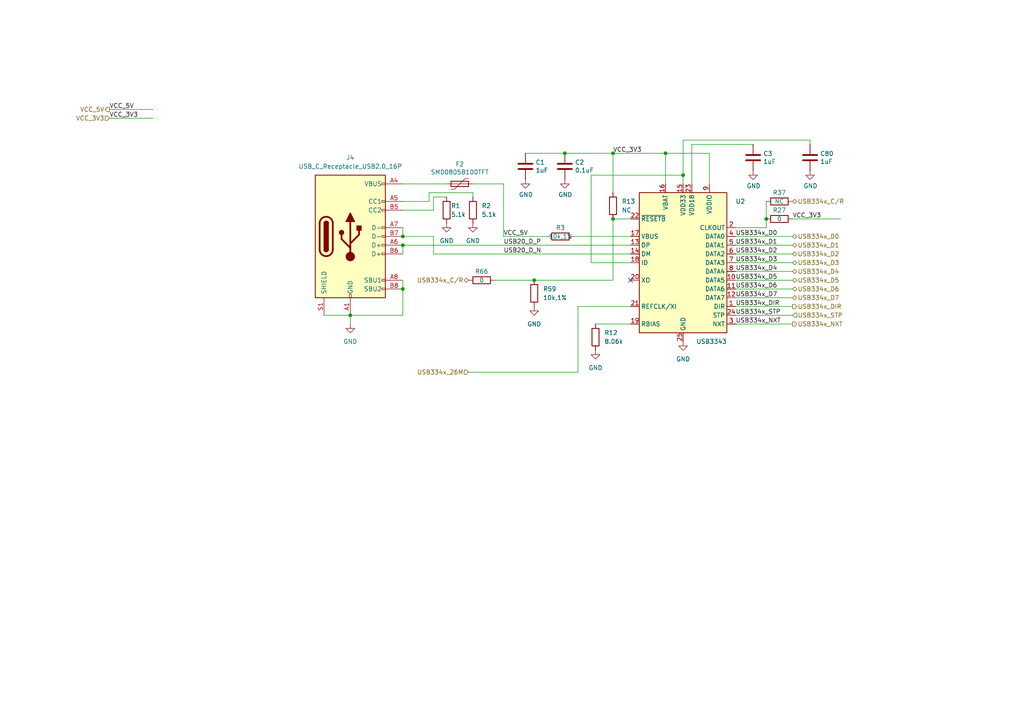
<source format=kicad_sch>
(kicad_sch (version 20250114) (generator "eeschema") (generator_version "9.0")
  (paper "A4")
  (lib_symbols
    (symbol "Connector:USB_C_Receptacle_USB2.0_16P" (pin_names (offset 1.016))
      (property "Reference" "J" (at 0 22.225 0))
      (property "Value" "USB_C_Receptacle_USB2.0_16P" (at 0 19.685 0))
      (symbol "USB_C_Receptacle_USB2.0_16P_0_0"
        (rectangle (start -0.254 -17.78) (end 0.254 -16.764))
        (rectangle (start 10.16 15.494) (end 9.144 14.986))
        (rectangle (start 10.16 10.414) (end 9.144 9.906))
        (rectangle (start 10.16 7.874) (end 9.144 7.366))
        (rectangle (start 10.16 2.794) (end 9.144 2.286))
        (rectangle (start 10.16 0.254) (end 9.144 -0.254))
        (rectangle (start 10.16 -2.286) (end 9.144 -2.794))
        (rectangle (start 10.16 -4.826) (end 9.144 -5.334))
        (rectangle (start 10.16 -12.446) (end 9.144 -12.954))
        (rectangle (start 10.16 -14.986) (end 9.144 -15.494))
      )
      (symbol "USB_C_Receptacle_USB2.0_16P_0_1"
        (rectangle (start -10.16 17.78) (end 10.16 -17.78) (stroke (width 0.254)) (fill (type background)))
        (polyline (pts (xy -8.89 -3.81) (xy -8.89 3.81)) (stroke (width 0.508)))
        (rectangle (start -7.62 -3.81) (end -6.35 3.81) (stroke (width 0.254)) (fill (type outline)))
        (arc (start -7.62 3.81) (mid -6.985 4.4423) (end -6.35 3.81) (stroke (width 0.254)))
        (arc (start -7.62 3.81) (mid -6.985 4.4423) (end -6.35 3.81) (stroke (width 0.254)) (fill (type outline)))
        (arc (start -8.89 3.81) (mid -6.985 5.7067) (end -5.08 3.81) (stroke (width 0.508)))
        (arc (start -5.08 -3.81) (mid -6.985 -5.7067) (end -8.89 -3.81) (stroke (width 0.508)))
        (arc (start -6.35 -3.81) (mid -6.985 -4.4423) (end -7.62 -3.81) (stroke (width 0.254)))
        (arc (start -6.35 -3.81) (mid -6.985 -4.4423) (end -7.62 -3.81) (stroke (width 0.254)) (fill (type outline)))
        (polyline (pts (xy -5.08 3.81) (xy -5.08 -3.81)) (stroke (width 0.508)))
        (circle (center -2.54 1.143) (radius 0.635) (stroke (width 0.254)) (fill (type outline)))
        (polyline (pts (xy -1.27 4.318) (xy 0 6.858) (xy 1.27 4.318) (xy -1.27 4.318)) (stroke (width 0.254)) (fill (type outline)))
        (polyline (pts (xy 0 -2.032) (xy 2.54 0.508) (xy 2.54 1.778)) (stroke (width 0.508)))
        (polyline (pts (xy 0 -3.302) (xy -2.54 -0.762) (xy -2.54 0.508)) (stroke (width 0.508)))
        (polyline (pts (xy 0 -5.842) (xy 0 4.318)) (stroke (width 0.508)))
        (circle (center 0 -5.842) (radius 1.27) (fill (type outline)))
        (rectangle (start 1.905 1.778) (end 3.175 3.048) (stroke (width 0.254)) (fill (type outline)))
      )
      (symbol "USB_C_Receptacle_USB2.0_16P_1_1"
        (pin passive line (at -7.62 -22.86 90) (length 5.08) (name "SHIELD") (number "S1"))
        (pin passive line (at 0 -22.86 90) (length 5.08) (name "GND") (number "A1"))
        (pin passive line (at 0 -22.86 90) (length 5.08) (hide yes) (name "GND") (number "A12"))
        (pin passive line (at 0 -22.86 90) (length 5.08) (hide yes) (name "GND") (number "B1"))
        (pin passive line (at 0 -22.86 90) (length 5.08) (hide yes) (name "GND") (number "B12"))
        (pin passive line (at 15.24 15.24 180) (length 5.08) (name "VBUS") (number "A4"))
        (pin passive line (at 15.24 15.24 180) (length 5.08) (hide yes) (name "VBUS") (number "A9"))
        (pin passive line (at 15.24 15.24 180) (length 5.08) (hide yes) (name "VBUS") (number "B4"))
        (pin passive line (at 15.24 15.24 180) (length 5.08) (hide yes) (name "VBUS") (number "B9"))
        (pin bidirectional line (at 15.24 10.16 180) (length 5.08) (name "CC1") (number "A5"))
        (pin bidirectional line (at 15.24 7.62 180) (length 5.08) (name "CC2") (number "B5"))
        (pin bidirectional line (at 15.24 2.54 180) (length 5.08) (name "D-") (number "A7"))
        (pin bidirectional line (at 15.24 0 180) (length 5.08) (name "D-") (number "B7"))
        (pin bidirectional line (at 15.24 -2.54 180) (length 5.08) (name "D+") (number "A6"))
        (pin bidirectional line (at 15.24 -5.08 180) (length 5.08) (name "D+") (number "B6"))
        (pin bidirectional line (at 15.24 -12.7 180) (length 5.08) (name "SBU1") (number "A8"))
        (pin bidirectional line (at 15.24 -15.24 180) (length 5.08) (name "SBU2") (number "B8"))
      )
    )
    (symbol "Device:C" (pin_numbers (hide yes)) (pin_names (offset 0.254))
      (property "Reference" "C" (at 0.635 2.54 0))
      (property "Value" "C" (at 0.635 -2.54 0))
      (symbol "C_0_1"
        (polyline (pts (xy -2.032 0.762) (xy 2.032 0.762)) (stroke (width 0.508)))
        (polyline (pts (xy -2.032 -0.762) (xy 2.032 -0.762)) (stroke (width 0.508)))
      )
      (symbol "C_1_1"
        (pin passive line (at 0 3.81 270) (length 2.794) (name "~") (number "1"))
        (pin passive line (at 0 -3.81 90) (length 2.794) (name "~") (number "2"))
      )
    )
    (symbol "Device:Polyfuse" (pin_numbers (hide yes)) (pin_names (offset 0))
      (property "Reference" "F" (at -2.54 0 90))
      (property "Value" "Polyfuse" (at 2.54 0 90))
      (symbol "Polyfuse_0_1"
        (polyline (pts (xy -1.524 2.54) (xy -1.524 1.524) (xy 1.524 -1.524) (xy 1.524 -2.54)))
        (rectangle (start -0.762 2.54) (end 0.762 -2.54) (stroke (width 0.254)))
        (polyline (pts (xy 0 2.54) (xy 0 -2.54)))
      )
      (symbol "Polyfuse_1_1"
        (pin passive line (at 0 3.81 270) (length 1.27) (name "~") (number "1"))
        (pin passive line (at 0 -3.81 90) (length 1.27) (name "~") (number "2"))
      )
    )
    (symbol "Device:R" (pin_numbers (hide yes)) (pin_names (offset 0))
      (property "Reference" "R" (at 2.032 0 90))
      (property "Value" "R" (at 0 0 90))
      (symbol "R_0_1"
        (rectangle (start -1.016 -2.54) (end 1.016 2.54) (stroke (width 0.254)))
      )
      (symbol "R_1_1"
        (pin passive line (at 0 3.81 270) (length 1.27) (name "~") (number "1"))
        (pin passive line (at 0 -3.81 90) (length 1.27) (name "~") (number "2"))
      )
    )
    (symbol "Interface_USB:USB3343"
      (property "Reference" "U" (at 0 2.54 0))
      (property "Value" "USB3343" (at 0 0 0))
      (symbol "USB3343_0_1"
        (rectangle (start -12.7 20.32) (end 12.7 -20.32) (stroke (width 0.254)) (fill (type background)))
      )
      (symbol "USB3343_1_1"
        (pin input line (at -15.24 12.7 0) (length 2.54) (name "~{RESETB}") (number "22"))
        (pin input line (at -15.24 7.62 0) (length 2.54) (name "VBUS") (number "17"))
        (pin bidirectional line (at -15.24 5.08 0) (length 2.54) (name "DP") (number "13"))
        (pin bidirectional line (at -15.24 2.54 0) (length 2.54) (name "DM") (number "14"))
        (pin input line (at -15.24 0 0) (length 2.54) (name "ID") (number "18"))
        (pin output line (at -15.24 -5.08 0) (length 2.54) (name "XO") (number "20"))
        (pin input line (at -15.24 -12.7 0) (length 2.54) (name "REFCLK/XI") (number "21"))
        (pin passive line (at -15.24 -17.78 0) (length 2.54) (name "RBIAS") (number "19"))
        (pin power_in line (at -5.08 22.86 270) (length 2.54) (name "VBAT") (number "16"))
        (pin power_out line (at 0 22.86 270) (length 2.54) (name "VDD33") (number "15"))
        (pin power_in line (at 0 -22.86 90) (length 2.54) (name "GND") (number "25"))
        (pin power_out line (at 2.54 22.86 270) (length 2.54) (name "VDD18") (number "23"))
        (pin power_in line (at 7.62 22.86 270) (length 2.54) (name "VDDIO") (number "9"))
        (pin output line (at 15.24 10.16 180) (length 2.54) (name "CLKOUT") (number "2"))
        (pin bidirectional line (at 15.24 7.62 180) (length 2.54) (name "DATA0") (number "4"))
        (pin bidirectional line (at 15.24 5.08 180) (length 2.54) (name "DATA1") (number "5"))
        (pin bidirectional line (at 15.24 2.54 180) (length 2.54) (name "DATA2") (number "6"))
        (pin bidirectional line (at 15.24 0 180) (length 2.54) (name "DATA3") (number "7"))
        (pin bidirectional line (at 15.24 -2.54 180) (length 2.54) (name "DATA4") (number "8"))
        (pin bidirectional line (at 15.24 -5.08 180) (length 2.54) (name "DATA5") (number "10"))
        (pin bidirectional line (at 15.24 -7.62 180) (length 2.54) (name "DATA6") (number "11"))
        (pin bidirectional line (at 15.24 -10.16 180) (length 2.54) (name "DATA7") (number "12"))
        (pin output line (at 15.24 -12.7 180) (length 2.54) (name "DIR") (number "1"))
        (pin input line (at 15.24 -15.24 180) (length 2.54) (name "STP") (number "24"))
        (pin output line (at 15.24 -17.78 180) (length 2.54) (name "NXT") (number "3"))
      )
    )
    (symbol "power:GND" (power) (pin_names (offset 0))
      (property "Value" "GND" (at 0 -3.81 0))
      (symbol "GND_0_1"
        (polyline (pts (xy 0 0) (xy 0 -1.27) (xy 1.27 -1.27) (xy 0 -2.54) (xy -1.27 -1.27) (xy 0 -1.27)))
      )
      (symbol "GND_1_1"
        (pin power_in line (at 0 0 270) (length 0) (hide yes) (name "GND") (number "1"))
      )
    )
  )
  (junction (at 154.94 81.28))
  (junction (at 177.8 44.45))
  (junction (at 163.83 44.45))
  (junction (at 177.8 63.5))
  (junction (at 198.12 50.8))
  (junction (at 193.04 44.45))
  (junction (at 101.6 91.44))
  (junction (at 116.84 68.58))
  (junction (at 116.84 83.82))
  (junction (at 222.25 63.5))
  (junction (at 116.84 71.12))
  (no_connect (at 182.88 81.28))
  (wire (pts (xy 137.16 55.88) (xy 137.16 57.15)))
  (wire (pts (xy 158.75 68.58) (xy 146.05 68.58)))
  (wire (pts (xy 222.25 58.42) (xy 222.25 63.5)))
  (wire (pts (xy 137.16 53.34) (xy 146.05 53.34)))
  (wire (pts (xy 116.84 71.12) (xy 116.84 73.66)))
  (wire (pts (xy 167.64 88.9) (xy 167.64 107.95)))
  (wire (pts (xy 200.66 41.91) (xy 218.44 41.91)))
  (wire (pts (xy 124.46 58.42) (xy 124.46 55.88)))
  (wire (pts (xy 198.12 40.64) (xy 234.95 40.64)))
  (wire (pts (xy 177.8 44.45) (xy 193.04 44.45)))
  (wire (pts (xy 152.4 44.45) (xy 163.83 44.45)))
  (wire (pts (xy 143.51 81.28) (xy 154.94 81.28)))
  (wire (pts (xy 213.36 83.82) (xy 229.87 83.82)))
  (wire (pts (xy 116.84 91.44) (xy 116.84 83.82)))
  (wire (pts (xy 213.36 76.2) (xy 229.87 76.2)))
  (wire (pts (xy 125.73 73.66) (xy 182.88 73.66)))
  (wire (pts (xy 125.73 57.15) (xy 125.73 60.96)))
  (wire (pts (xy 193.04 44.45) (xy 205.74 44.45)))
  (wire (pts (xy 222.25 66.04) (xy 213.36 66.04)))
  (wire (pts (xy 171.45 50.8) (xy 171.45 76.2)))
  (wire (pts (xy 213.36 86.36) (xy 229.87 86.36)))
  (wire (pts (xy 198.12 50.8) (xy 198.12 40.64)))
  (wire (pts (xy 116.84 60.96) (xy 125.73 60.96)))
  (wire (pts (xy 93.98 91.44) (xy 101.6 91.44)))
  (wire (pts (xy 135.89 107.95) (xy 167.64 107.95)))
  (wire (pts (xy 167.64 88.9) (xy 182.88 88.9)))
  (wire (pts (xy 116.84 71.12) (xy 182.88 71.12)))
  (wire (pts (xy 172.72 93.98) (xy 182.88 93.98)))
  (wire (pts (xy 200.66 53.34) (xy 200.66 41.91)))
  (wire (pts (xy 31.75 34.29) (xy 44.45 34.29)))
  (wire (pts (xy 177.8 81.28) (xy 154.94 81.28)))
  (wire (pts (xy 116.84 66.04) (xy 116.84 68.58)))
  (wire (pts (xy 234.95 40.64) (xy 234.95 41.91)))
  (wire (pts (xy 222.25 63.5) (xy 222.25 66.04)))
  (wire (pts (xy 101.6 91.44) (xy 101.6 93.98)))
  (wire (pts (xy 177.8 63.5) (xy 182.88 63.5)))
  (wire (pts (xy 205.74 44.45) (xy 205.74 53.34)))
  (wire (pts (xy 213.36 91.44) (xy 229.87 91.44)))
  (wire (pts (xy 213.36 71.12) (xy 229.87 71.12)))
  (wire (pts (xy 125.73 68.58) (xy 125.73 73.66)))
  (wire (pts (xy 171.45 76.2) (xy 182.88 76.2)))
  (wire (pts (xy 193.04 44.45) (xy 193.04 53.34)))
  (wire (pts (xy 213.36 88.9) (xy 229.87 88.9)))
  (wire (pts (xy 213.36 68.58) (xy 229.87 68.58)))
  (wire (pts (xy 116.84 58.42) (xy 124.46 58.42)))
  (wire (pts (xy 116.84 53.34) (xy 129.54 53.34)))
  (wire (pts (xy 213.36 81.28) (xy 229.87 81.28)))
  (wire (pts (xy 146.05 68.58) (xy 146.05 53.34)))
  (wire (pts (xy 177.8 63.5) (xy 177.8 81.28)))
  (wire (pts (xy 31.75 31.75) (xy 44.45 31.75)))
  (wire (pts (xy 213.36 93.98) (xy 229.87 93.98)))
  (wire (pts (xy 213.36 78.74) (xy 229.87 78.74)))
  (wire (pts (xy 116.84 83.82) (xy 116.84 81.28)))
  (wire (pts (xy 171.45 50.8) (xy 198.12 50.8)))
  (wire (pts (xy 166.37 68.58) (xy 182.88 68.58)))
  (wire (pts (xy 124.46 55.88) (xy 137.16 55.88)))
  (wire (pts (xy 163.83 44.45) (xy 177.8 44.45)))
  (wire (pts (xy 101.6 91.44) (xy 116.84 91.44)))
  (wire (pts (xy 177.8 44.45) (xy 177.8 55.88)))
  (wire (pts (xy 198.12 50.8) (xy 198.12 53.34)))
  (wire (pts (xy 116.84 68.58) (xy 125.73 68.58)))
  (wire (pts (xy 213.36 73.66) (xy 229.87 73.66)))
  (wire (pts (xy 129.54 57.15) (xy 125.73 57.15)))
  (wire (pts (xy 229.87 63.5) (xy 243.84 63.5)))
  (label "USB334x_NXT" (at 213.36 93.98 0))
  (label "USB334x_STP" (at 213.36 91.44 0))
  (label "USB20_D_N" (at 146.05 73.66 0))
  (label "USB334x_D4" (at 213.36 78.74 0))
  (label "USB334x_D0" (at 213.36 68.58 0))
  (label "VCC_3V3" (at 229.87 63.5 0))
  (label "USB334x_D1" (at 213.36 71.12 0))
  (label "USB334x_D6" (at 213.36 83.82 0))
  (label "VCC_5V" (at 146.05 68.58 0))
  (label "USB334x_DIR" (at 213.36 88.9 0))
  (label "VCC_3V3" (at 177.8 44.45 0))
  (label "USB334x_D7" (at 213.36 86.36 0))
  (label "USB334x_D2" (at 213.36 73.66 0))
  (label "USB20_D_P" (at 146.05 71.12 0))
  (label "VCC_3V3" (at 31.75 34.29 0))
  (label "VCC_5V" (at 31.75 31.75 0))
  (label "USB334x_D5" (at 213.36 81.28 0))
  (label "USB334x_D3" (at 213.36 76.2 0))
  (hierarchical_label "USB334x_C{slash}R" (shape bidirectional) (at 135.89 81.28 180))
  (hierarchical_label "VCC_5V" (shape output) (at 31.75 31.75 180))
  (hierarchical_label "USB334x_26M" (shape input) (at 135.89 107.95 180))
  (hierarchical_label "USB334x_D7" (shape bidirectional) (at 229.87 86.36 0))
  (hierarchical_label "USB334x_DIR" (shape output) (at 229.87 88.9 0))
  (hierarchical_label "USB334x_STP" (shape input) (at 229.87 91.44 0))
  (hierarchical_label "USB334x_D2" (shape bidirectional) (at 229.87 73.66 0))
  (hierarchical_label "USB334x_D4" (shape bidirectional) (at 229.87 78.74 0))
  (hierarchical_label "USB334x_D6" (shape bidirectional) (at 229.87 83.82 0))
  (hierarchical_label "USB334x_D3" (shape bidirectional) (at 229.87 76.2 0))
  (hierarchical_label "VCC_3V3" (shape input) (at 31.75 34.29 180))
  (hierarchical_label "USB334x_D1" (shape bidirectional) (at 229.87 71.12 0))
  (hierarchical_label "USB334x_D5" (shape bidirectional) (at 229.87 81.28 0))
  (hierarchical_label "USB334x_D0" (shape bidirectional) (at 229.87 68.58 0))
  (hierarchical_label "USB334x_NXT" (shape output) (at 229.87 93.98 0))
  (hierarchical_label "USB334x_C{slash}R" (shape bidirectional) (at 229.87 58.42 0))
  (symbol (lib_id "Device:R") (at 177.8 59.69 0) (unit 1)
    (property "Reference" "R13" (at 180.34 58.4199 0) (effects (justify left)))
    (property "Value" "NC" (at 180.34 60.9599 0) (effects (justify left)))
    (property "Footprint" "Resistor_SMD:R_0402_1005Metric" (effects (hide yes)))
    (instances (project "dalishen_pi_h7p20" (path "" (reference "R13") (unit 1)) (path "" (reference "R26") (unit 1))))
  )
  (symbol (lib_id "Device:R") (at 172.72 97.79 0) (unit 1)
    (property "Reference" "R12" (at 175.26 96.52 0) (effects (justify left)))
    (property "Value" "8.06k" (at 175.26 99.06 0) (effects (justify left)))
    (property "Footprint" "Resistor_SMD:R_0402_1005Metric" (effects (hide yes)))
    (instances (project "dalishen_pi_h7p20" (path "" (reference "R12") (unit 1)) (path "" (reference "R25") (unit 1))))
  )
  (symbol (lib_id "power:GND") (at 152.4 52.07 0) (unit 1)
    (property "Reference" "#PWR021" (effects (hide yes)))
    (property "Value" "GND" (at 152.527 56.4642 0))
    (instances (project "dalishen_pi_h7p20" (path "" (reference "#PWR021") (unit 1)) (path "" (reference "#PWR0110") (unit 1))))
  )
  (symbol (lib_id "Device:C") (at 234.95 45.72 180) (unit 1)
    (property "Reference" "C80" (at 237.871 44.5516 0) (effects (justify right)))
    (property "Value" "1uF" (at 237.871 46.863 0) (effects (justify right)))
    (property "Footprint" "Capacitor_SMD:C_0402_1005Metric" (effects (hide yes)))
    (instances (project "dalishen_pi_h7p20" (path "" (reference "C80") (unit 1)) (path "" (reference "C84") (unit 1))))
  )
  (symbol (lib_id "Device:R") (at 154.94 85.09 0) (unit 1)
    (property "Reference" "R59" (at 157.48 83.82 0) (effects (justify left)))
    (property "Value" "10k,1%" (at 157.48 86.36 0) (effects (justify left)))
    (property "Footprint" "Resistor_SMD:R_0402_1005Metric" (effects (hide yes)))
    (instances (project "dalishen_pi_h7p20" (path "" (reference "R59") (unit 1)) (path "" (reference "R60") (unit 1))))
  )
  (symbol (lib_id "power:GND") (at 129.54 64.77 0) (unit 1)
    (property "Reference" "#PWR04" (effects (hide yes)))
    (property "Value" "GND" (at 129.54 69.85 0))
    (instances (project "dalishen_pi_h7p20" (path "" (reference "#PWR04") (unit 1)) (path "" (reference "#PWR0113") (unit 1))))
  )
  (symbol (lib_id "power:GND") (at 163.83 52.07 0) (unit 1)
    (property "Reference" "#PWR022" (effects (hide yes)))
    (property "Value" "GND" (at 163.957 56.4642 0))
    (instances (project "dalishen_pi_h7p20" (path "" (reference "#PWR022") (unit 1)) (path "" (reference "#PWR0111") (unit 1))))
  )
  (symbol (lib_id "Device:R") (at 162.56 68.58 90) (unit 1)
    (property "Reference" "R3" (at 162.56 66.04 90))
    (property "Value" "10k,1%" (at 162.56 68.58 90))
    (property "Footprint" "Resistor_SMD:R_0402_1005Metric" (effects (hide yes)))
    (instances (project "dalishen_pi_h7p20" (path "" (reference "R3") (unit 1)) (path "" (reference "R23") (unit 1))))
  )
  (symbol (lib_id "Device:R") (at 137.16 60.96 0) (unit 1)
    (property "Reference" "R2" (at 139.7 59.69 0) (effects (justify left)))
    (property "Value" "5.1k" (at 139.7 62.23 0) (effects (justify left)))
    (property "Footprint" "Resistor_SMD:R_0402_1005Metric" (effects (hide yes)))
    (instances (project "dalishen_pi_h7p20" (path "" (reference "R2") (unit 1)) (path "" (reference "R17") (unit 1))))
  )
  (symbol (lib_id "Device:C") (at 163.83 48.26 180) (unit 1)
    (property "Reference" "C2" (at 166.751 47.0916 0) (effects (justify right)))
    (property "Value" "0.1uF" (at 166.751 49.403 0) (effects (justify right)))
    (property "Footprint" "Capacitor_SMD:C_0402_1005Metric" (effects (hide yes)))
    (instances (project "dalishen_pi_h7p20" (path "" (reference "C2") (unit 1)) (path "" (reference "C82") (unit 1))))
  )
  (symbol (lib_id "power:GND") (at 218.44 49.53 0) (unit 1)
    (property "Reference" "#PWR055" (effects (hide yes)))
    (property "Value" "GND" (at 218.567 53.9242 0))
    (instances (project "dalishen_pi_h7p20" (path "" (reference "#PWR055") (unit 1)) (path "" (reference "#PWR0117") (unit 1))))
  )
  (symbol (lib_id "power:GND") (at 137.16 64.77 0) (unit 1)
    (property "Reference" "#PWR06" (effects (hide yes)))
    (property "Value" "GND" (at 137.16 69.85 0))
    (instances (project "dalishen_pi_h7p20" (path "" (reference "#PWR06") (unit 1)) (path "" (reference "#PWR0112") (unit 1))))
  )
  (symbol (lib_id "power:GND") (at 154.94 88.9 0) (unit 1)
    (property "Reference" "#PWR071" (effects (hide yes)))
    (property "Value" "GND" (at 154.94 93.98 0))
    (instances (project "dalishen_pi_h7p20" (path "" (reference "#PWR071") (unit 1)) (path "" (reference "#PWR072") (unit 1))))
  )
  (symbol (lib_id "Device:R") (at 139.7 81.28 90) (unit 1)
    (property "Reference" "R66" (at 139.7 78.74 90))
    (property "Value" "0" (at 139.7 81.28 90))
    (property "Footprint" "Resistor_SMD:R_0402_1005Metric" (effects (hide yes)))
    (property "Description" "Resistor" (effects (hide yes)))
    (instances (project "dalishen_pi_h7p20" (path "" (reference "R66") (unit 1)) (path "" (reference "R67") (unit 1))))
  )
  (symbol (lib_id "power:GND") (at 234.95 49.53 0) (unit 1)
    (property "Reference" "#PWR069" (effects (hide yes)))
    (property "Value" "GND" (at 235.077 53.9242 0))
    (instances (project "dalishen_pi_h7p20" (path "" (reference "#PWR069") (unit 1)) (path "" (reference "#PWR0116") (unit 1))))
  )
  (symbol (lib_id "Interface_USB:USB3343") (at 198.12 76.2 0) (unit 1)
    (property "Reference" "U2" (at 213.36 58.42 0) (effects (justify left)))
    (property "Value" "USB3343" (at 201.93 99.06 0) (effects (justify left)))
    (property "Footprint" "vllogic:QFN-24-1EP_4x4mm_P0.5mm_EP2.6x2.6mm" (effects (hide yes)))
    (property "Datasheet" "http://ww1.microchip.com/downloads/en/DeviceDoc/334x.pdf" (effects (hide yes)))
    (instances (project "dalishen_pi_h7p20" (path "" (reference "U2") (unit 1)) (path "" (reference "U10") (unit 1))))
  )
  (symbol (lib_id "power:GND") (at 198.12 99.06 0) (unit 1)
    (property "Reference" "#PWR054" (effects (hide yes)))
    (property "Value" "GND" (at 198.12 104.14 0))
    (instances (project "dalishen_pi_h7p20" (path "" (reference "#PWR054") (unit 1)) (path "" (reference "#PWR0115") (unit 1))))
  )
  (symbol (lib_id "Device:R") (at 129.54 60.96 0) (unit 1)
    (property "Reference" "R1" (at 130.81 59.69 0) (effects (justify left)))
    (property "Value" "5.1k" (at 130.81 62.23 0) (effects (justify left)))
    (property "Footprint" "Resistor_SMD:R_0402_1005Metric" (effects (hide yes)))
    (instances (project "dalishen_pi_h7p20" (path "" (reference "R1") (unit 1)) (path "" (reference "R16") (unit 1))))
  )
  (symbol (lib_id "Device:C") (at 152.4 48.26 180) (unit 1)
    (property "Reference" "C1" (at 155.321 47.0916 0) (effects (justify right)))
    (property "Value" "1uF" (at 155.321 49.403 0) (effects (justify right)))
    (property "Footprint" "Capacitor_SMD:C_0402_1005Metric" (effects (hide yes)))
    (instances (project "dalishen_pi_h7p20" (path "" (reference "C1") (unit 1)) (path "" (reference "C81") (unit 1))))
  )
  (symbol (lib_id "Device:Polyfuse") (at 133.35 53.34 270) (unit 1)
    (property "Reference" "F2" (at 133.35 47.625 90))
    (property "Value" "SMD0805B100TFT" (at 133.35 49.9364 90))
    (property "Footprint" "Fuse:Fuse_0805_2012Metric" (effects (hide yes)))
    (instances (project "dalishen_pi_h7p20" (path "" (reference "F2") (unit 1)) (path "" (reference "F3") (unit 1))))
  )
  (symbol (lib_id "Connector:USB_C_Receptacle_USB2.0_16P") (at 101.6 68.58 0) (unit 1)
    (property "Reference" "J4" (at 101.6 45.72 0))
    (property "Value" "USB_C_Receptacle_USB2.0_16P" (at 101.6 48.26 0))
    (property "Footprint" "vllogic:USB_C_Receptacle_16P" (effects (hide yes)))
    (property "Datasheet" "https://www.usb.org/sites/default/files/documents/usb_type-c.zip" (effects (hide yes)))
    (instances (project "dalishen_pi_h7p20" (path "" (reference "J4") (unit 1)) (path "" (reference "J8") (unit 1))))
  )
  (symbol (lib_id "power:GND") (at 172.72 101.6 0) (unit 1)
    (property "Reference" "#PWR052" (effects (hide yes)))
    (property "Value" "GND" (at 172.72 106.68 0))
    (instances (project "dalishen_pi_h7p20" (path "" (reference "#PWR052") (unit 1)) (path "" (reference "#PWR0114") (unit 1))))
  )
  (symbol (lib_id "Device:R") (at 226.06 58.42 90) (unit 1)
    (property "Reference" "R37" (at 226.06 55.88 90))
    (property "Value" "NC" (at 226.06 58.42 90))
    (property "Footprint" "Resistor_SMD:R_0402_1005Metric" (effects (hide yes)))
    (property "Description" "Resistor" (effects (hide yes)))
    (instances (project "dalishen_pi_h7p20" (path "" (reference "R37") (unit 1)) (path "" (reference "R58") (unit 1))))
  )
  (symbol (lib_id "Device:C") (at 218.44 45.72 180) (unit 1)
    (property "Reference" "C3" (at 221.361 44.5516 0) (effects (justify right)))
    (property "Value" "1uF" (at 221.361 46.863 0) (effects (justify right)))
    (property "Footprint" "Capacitor_SMD:C_0402_1005Metric" (effects (hide yes)))
    (instances (project "dalishen_pi_h7p20" (path "" (reference "C3") (unit 1)) (path "" (reference "C83") (unit 1))))
  )
  (symbol (lib_id "Device:R") (at 226.06 63.5 90) (unit 1)
    (property "Reference" "R27" (at 226.06 60.96 90))
    (property "Value" "0" (at 226.06 63.5 90))
    (property "Footprint" "Resistor_SMD:R_0402_1005Metric" (effects (hide yes)))
    (property "Description" "Resistor" (effects (hide yes)))
    (instances (project "" (path "" (reference "R27") (unit 1)) (path "" (reference "R28") (unit 1))))
  )
  (symbol (lib_id "power:GND") (at 101.6 93.98 0) (unit 1)
    (property "Reference" "#PWR01" (effects (hide yes)))
    (property "Value" "GND" (at 101.6 99.06 0))
    (instances (project "dalishen_pi_h7p20" (path "" (reference "#PWR01") (unit 1)) (path "" (reference "#PWR0118") (unit 1))))
  )
)
</source>
